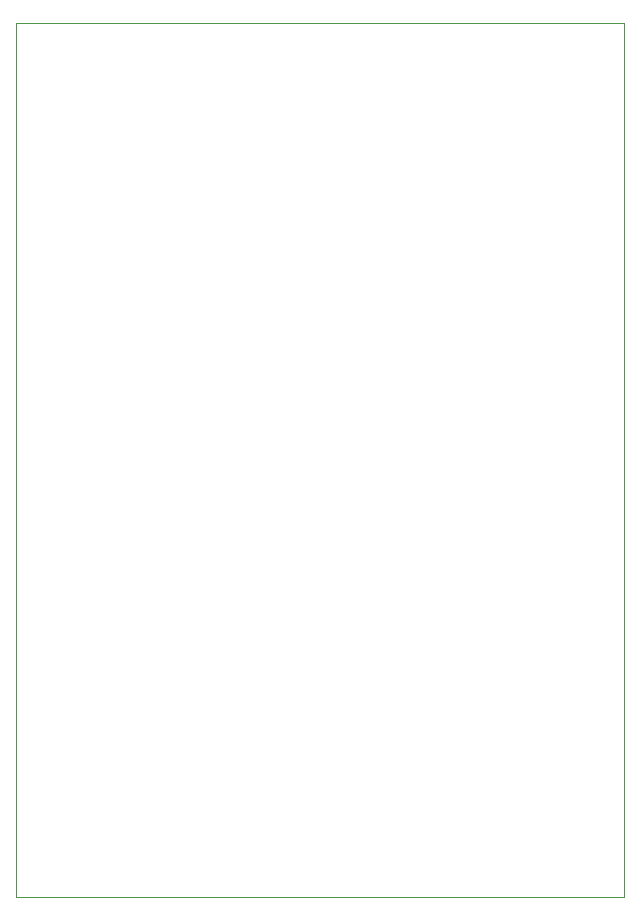
<source format=gbr>
%TF.GenerationSoftware,KiCad,Pcbnew,7.0.5*%
%TF.CreationDate,2023-08-26T13:13:14+02:00*%
%TF.ProjectId,XnetBlockUnit,586e6574-426c-46f6-936b-556e69742e6b,rev?*%
%TF.SameCoordinates,Original*%
%TF.FileFunction,Profile,NP*%
%FSLAX46Y46*%
G04 Gerber Fmt 4.6, Leading zero omitted, Abs format (unit mm)*
G04 Created by KiCad (PCBNEW 7.0.5) date 2023-08-26 13:13:14*
%MOMM*%
%LPD*%
G01*
G04 APERTURE LIST*
%TA.AperFunction,Profile*%
%ADD10C,0.100000*%
%TD*%
G04 APERTURE END LIST*
D10*
X40000000Y-65500000D02*
X91500000Y-65500000D01*
X91500000Y-139500000D01*
X40000000Y-139500000D01*
X40000000Y-65500000D01*
M02*

</source>
